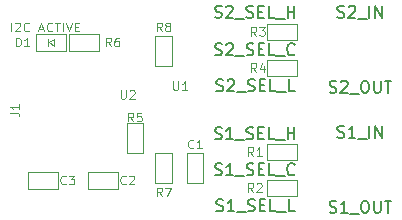
<source format=gbr>
G04 #@! TF.FileFunction,Legend,Top*
%FSLAX46Y46*%
G04 Gerber Fmt 4.6, Leading zero omitted, Abs format (unit mm)*
G04 Created by KiCad (PCBNEW 4.0.5) date 02/13/17 08:06:27*
%MOMM*%
%LPD*%
G01*
G04 APERTURE LIST*
%ADD10C,0.100000*%
%ADD11C,0.120000*%
%ADD12C,0.150000*%
G04 APERTURE END LIST*
D10*
D11*
X164800714Y-105114286D02*
X164800714Y-104364286D01*
X165122143Y-104435714D02*
X165157857Y-104400000D01*
X165229286Y-104364286D01*
X165407857Y-104364286D01*
X165479286Y-104400000D01*
X165515000Y-104435714D01*
X165550715Y-104507143D01*
X165550715Y-104578571D01*
X165515000Y-104685714D01*
X165086429Y-105114286D01*
X165550715Y-105114286D01*
X166300715Y-105042857D02*
X166265001Y-105078571D01*
X166157858Y-105114286D01*
X166086429Y-105114286D01*
X165979286Y-105078571D01*
X165907858Y-105007143D01*
X165872143Y-104935714D01*
X165836429Y-104792857D01*
X165836429Y-104685714D01*
X165872143Y-104542857D01*
X165907858Y-104471429D01*
X165979286Y-104400000D01*
X166086429Y-104364286D01*
X166157858Y-104364286D01*
X166265001Y-104400000D01*
X166300715Y-104435714D01*
X167157858Y-104900000D02*
X167515001Y-104900000D01*
X167086430Y-105114286D02*
X167336430Y-104364286D01*
X167586430Y-105114286D01*
X168265001Y-105042857D02*
X168229287Y-105078571D01*
X168122144Y-105114286D01*
X168050715Y-105114286D01*
X167943572Y-105078571D01*
X167872144Y-105007143D01*
X167836429Y-104935714D01*
X167800715Y-104792857D01*
X167800715Y-104685714D01*
X167836429Y-104542857D01*
X167872144Y-104471429D01*
X167943572Y-104400000D01*
X168050715Y-104364286D01*
X168122144Y-104364286D01*
X168229287Y-104400000D01*
X168265001Y-104435714D01*
X168479287Y-104364286D02*
X168907858Y-104364286D01*
X168693572Y-105114286D02*
X168693572Y-104364286D01*
X169157858Y-105114286D02*
X169157858Y-104364286D01*
X169407859Y-104364286D02*
X169657859Y-105114286D01*
X169907859Y-104364286D01*
X170157858Y-104721429D02*
X170407858Y-104721429D01*
X170515001Y-105114286D02*
X170157858Y-105114286D01*
X170157858Y-104364286D01*
X170515001Y-104364286D01*
X181038500Y-117983000D02*
X179641500Y-117983000D01*
X181038500Y-115443000D02*
X179641500Y-115443000D01*
X181038500Y-115443000D02*
X181038500Y-117983000D01*
X179641500Y-117983000D02*
X179641500Y-115443000D01*
X173863000Y-117030500D02*
X173863000Y-118427500D01*
X171323000Y-117030500D02*
X171323000Y-118427500D01*
X171323000Y-117030500D02*
X173863000Y-117030500D01*
X173863000Y-118427500D02*
X171323000Y-118427500D01*
X168783000Y-117030500D02*
X168783000Y-118427500D01*
X166243000Y-117030500D02*
X166243000Y-118427500D01*
X166243000Y-117030500D02*
X168783000Y-117030500D01*
X168783000Y-118427500D02*
X166243000Y-118427500D01*
X186436000Y-116014500D02*
X186436000Y-114617500D01*
X188976000Y-116014500D02*
X188976000Y-114617500D01*
X188976000Y-116014500D02*
X186436000Y-116014500D01*
X186436000Y-114617500D02*
X188976000Y-114617500D01*
X186436000Y-119062500D02*
X186436000Y-117665500D01*
X188976000Y-119062500D02*
X188976000Y-117665500D01*
X188976000Y-119062500D02*
X186436000Y-119062500D01*
X186436000Y-117665500D02*
X188976000Y-117665500D01*
X186436000Y-105854500D02*
X186436000Y-104457500D01*
X188976000Y-105854500D02*
X188976000Y-104457500D01*
X188976000Y-105854500D02*
X186436000Y-105854500D01*
X186436000Y-104457500D02*
X188976000Y-104457500D01*
X186436000Y-108902500D02*
X186436000Y-107505500D01*
X188976000Y-108902500D02*
X188976000Y-107505500D01*
X188976000Y-108902500D02*
X186436000Y-108902500D01*
X186436000Y-107505500D02*
X188976000Y-107505500D01*
X175958500Y-115443000D02*
X174561500Y-115443000D01*
X175958500Y-112903000D02*
X174561500Y-112903000D01*
X175958500Y-112903000D02*
X175958500Y-115443000D01*
X174561500Y-115443000D02*
X174561500Y-112903000D01*
X169672000Y-106743500D02*
X169672000Y-105346500D01*
X172212000Y-106743500D02*
X172212000Y-105346500D01*
X172212000Y-106743500D02*
X169672000Y-106743500D01*
X169672000Y-105346500D02*
X172212000Y-105346500D01*
X178371500Y-117983000D02*
X176974500Y-117983000D01*
X178371500Y-115443000D02*
X176974500Y-115443000D01*
X178371500Y-115443000D02*
X178371500Y-117983000D01*
X176974500Y-117983000D02*
X176974500Y-115443000D01*
X176974500Y-105537000D02*
X178371500Y-105537000D01*
X176974500Y-108077000D02*
X178371500Y-108077000D01*
X176974500Y-108077000D02*
X176974500Y-105537000D01*
X178371500Y-105537000D02*
X178371500Y-108077000D01*
X167894000Y-106362500D02*
X167894000Y-105727500D01*
X168402000Y-105727500D02*
X167957500Y-106045000D01*
X167957500Y-106045000D02*
X168402000Y-106362500D01*
X168402000Y-106362500D02*
X168402000Y-105727500D01*
X169418000Y-105346500D02*
X169418000Y-106743500D01*
X166878000Y-105346500D02*
X166878000Y-106743500D01*
X166878000Y-106743500D02*
X169418000Y-106743500D01*
X169418000Y-105346500D02*
X166878000Y-105346500D01*
X180215000Y-114948857D02*
X180179286Y-114984571D01*
X180072143Y-115020286D01*
X180000714Y-115020286D01*
X179893571Y-114984571D01*
X179822143Y-114913143D01*
X179786428Y-114841714D01*
X179750714Y-114698857D01*
X179750714Y-114591714D01*
X179786428Y-114448857D01*
X179822143Y-114377429D01*
X179893571Y-114306000D01*
X180000714Y-114270286D01*
X180072143Y-114270286D01*
X180179286Y-114306000D01*
X180215000Y-114341714D01*
X180929286Y-115020286D02*
X180500714Y-115020286D01*
X180715000Y-115020286D02*
X180715000Y-114270286D01*
X180643571Y-114377429D01*
X180572143Y-114448857D01*
X180500714Y-114484571D01*
X174500000Y-117996857D02*
X174464286Y-118032571D01*
X174357143Y-118068286D01*
X174285714Y-118068286D01*
X174178571Y-118032571D01*
X174107143Y-117961143D01*
X174071428Y-117889714D01*
X174035714Y-117746857D01*
X174035714Y-117639714D01*
X174071428Y-117496857D01*
X174107143Y-117425429D01*
X174178571Y-117354000D01*
X174285714Y-117318286D01*
X174357143Y-117318286D01*
X174464286Y-117354000D01*
X174500000Y-117389714D01*
X174785714Y-117389714D02*
X174821428Y-117354000D01*
X174892857Y-117318286D01*
X175071428Y-117318286D01*
X175142857Y-117354000D01*
X175178571Y-117389714D01*
X175214286Y-117461143D01*
X175214286Y-117532571D01*
X175178571Y-117639714D01*
X174750000Y-118068286D01*
X175214286Y-118068286D01*
X169420000Y-117996857D02*
X169384286Y-118032571D01*
X169277143Y-118068286D01*
X169205714Y-118068286D01*
X169098571Y-118032571D01*
X169027143Y-117961143D01*
X168991428Y-117889714D01*
X168955714Y-117746857D01*
X168955714Y-117639714D01*
X168991428Y-117496857D01*
X169027143Y-117425429D01*
X169098571Y-117354000D01*
X169205714Y-117318286D01*
X169277143Y-117318286D01*
X169384286Y-117354000D01*
X169420000Y-117389714D01*
X169670000Y-117318286D02*
X170134286Y-117318286D01*
X169884286Y-117604000D01*
X169991428Y-117604000D01*
X170062857Y-117639714D01*
X170098571Y-117675429D01*
X170134286Y-117746857D01*
X170134286Y-117925429D01*
X170098571Y-117996857D01*
X170062857Y-118032571D01*
X169991428Y-118068286D01*
X169777143Y-118068286D01*
X169705714Y-118032571D01*
X169670000Y-117996857D01*
X164709286Y-112010000D02*
X165245000Y-112010000D01*
X165352143Y-112045714D01*
X165423571Y-112117143D01*
X165459286Y-112224286D01*
X165459286Y-112295714D01*
X165459286Y-111259999D02*
X165459286Y-111688571D01*
X165459286Y-111474285D02*
X164709286Y-111474285D01*
X164816429Y-111545714D01*
X164887857Y-111617142D01*
X164923571Y-111688571D01*
X185295000Y-115655286D02*
X185045000Y-115298143D01*
X184866428Y-115655286D02*
X184866428Y-114905286D01*
X185152143Y-114905286D01*
X185223571Y-114941000D01*
X185259286Y-114976714D01*
X185295000Y-115048143D01*
X185295000Y-115155286D01*
X185259286Y-115226714D01*
X185223571Y-115262429D01*
X185152143Y-115298143D01*
X184866428Y-115298143D01*
X186009286Y-115655286D02*
X185580714Y-115655286D01*
X185795000Y-115655286D02*
X185795000Y-114905286D01*
X185723571Y-115012429D01*
X185652143Y-115083857D01*
X185580714Y-115119571D01*
X185295000Y-118703286D02*
X185045000Y-118346143D01*
X184866428Y-118703286D02*
X184866428Y-117953286D01*
X185152143Y-117953286D01*
X185223571Y-117989000D01*
X185259286Y-118024714D01*
X185295000Y-118096143D01*
X185295000Y-118203286D01*
X185259286Y-118274714D01*
X185223571Y-118310429D01*
X185152143Y-118346143D01*
X184866428Y-118346143D01*
X185580714Y-118024714D02*
X185616428Y-117989000D01*
X185687857Y-117953286D01*
X185866428Y-117953286D01*
X185937857Y-117989000D01*
X185973571Y-118024714D01*
X186009286Y-118096143D01*
X186009286Y-118167571D01*
X185973571Y-118274714D01*
X185545000Y-118703286D01*
X186009286Y-118703286D01*
X185549000Y-105495286D02*
X185299000Y-105138143D01*
X185120428Y-105495286D02*
X185120428Y-104745286D01*
X185406143Y-104745286D01*
X185477571Y-104781000D01*
X185513286Y-104816714D01*
X185549000Y-104888143D01*
X185549000Y-104995286D01*
X185513286Y-105066714D01*
X185477571Y-105102429D01*
X185406143Y-105138143D01*
X185120428Y-105138143D01*
X185799000Y-104745286D02*
X186263286Y-104745286D01*
X186013286Y-105031000D01*
X186120428Y-105031000D01*
X186191857Y-105066714D01*
X186227571Y-105102429D01*
X186263286Y-105173857D01*
X186263286Y-105352429D01*
X186227571Y-105423857D01*
X186191857Y-105459571D01*
X186120428Y-105495286D01*
X185906143Y-105495286D01*
X185834714Y-105459571D01*
X185799000Y-105423857D01*
X185549000Y-108543286D02*
X185299000Y-108186143D01*
X185120428Y-108543286D02*
X185120428Y-107793286D01*
X185406143Y-107793286D01*
X185477571Y-107829000D01*
X185513286Y-107864714D01*
X185549000Y-107936143D01*
X185549000Y-108043286D01*
X185513286Y-108114714D01*
X185477571Y-108150429D01*
X185406143Y-108186143D01*
X185120428Y-108186143D01*
X186191857Y-108043286D02*
X186191857Y-108543286D01*
X186013286Y-107757571D02*
X185834714Y-108293286D01*
X186299000Y-108293286D01*
X175135000Y-112734286D02*
X174885000Y-112377143D01*
X174706428Y-112734286D02*
X174706428Y-111984286D01*
X174992143Y-111984286D01*
X175063571Y-112020000D01*
X175099286Y-112055714D01*
X175135000Y-112127143D01*
X175135000Y-112234286D01*
X175099286Y-112305714D01*
X175063571Y-112341429D01*
X174992143Y-112377143D01*
X174706428Y-112377143D01*
X175813571Y-111984286D02*
X175456428Y-111984286D01*
X175420714Y-112341429D01*
X175456428Y-112305714D01*
X175527857Y-112270000D01*
X175706428Y-112270000D01*
X175777857Y-112305714D01*
X175813571Y-112341429D01*
X175849286Y-112412857D01*
X175849286Y-112591429D01*
X175813571Y-112662857D01*
X175777857Y-112698571D01*
X175706428Y-112734286D01*
X175527857Y-112734286D01*
X175456428Y-112698571D01*
X175420714Y-112662857D01*
X173230000Y-106384286D02*
X172980000Y-106027143D01*
X172801428Y-106384286D02*
X172801428Y-105634286D01*
X173087143Y-105634286D01*
X173158571Y-105670000D01*
X173194286Y-105705714D01*
X173230000Y-105777143D01*
X173230000Y-105884286D01*
X173194286Y-105955714D01*
X173158571Y-105991429D01*
X173087143Y-106027143D01*
X172801428Y-106027143D01*
X173872857Y-105634286D02*
X173730000Y-105634286D01*
X173658571Y-105670000D01*
X173622857Y-105705714D01*
X173551428Y-105812857D01*
X173515714Y-105955714D01*
X173515714Y-106241429D01*
X173551428Y-106312857D01*
X173587143Y-106348571D01*
X173658571Y-106384286D01*
X173801428Y-106384286D01*
X173872857Y-106348571D01*
X173908571Y-106312857D01*
X173944286Y-106241429D01*
X173944286Y-106062857D01*
X173908571Y-105991429D01*
X173872857Y-105955714D01*
X173801428Y-105920000D01*
X173658571Y-105920000D01*
X173587143Y-105955714D01*
X173551428Y-105991429D01*
X173515714Y-106062857D01*
X177548000Y-119084286D02*
X177298000Y-118727143D01*
X177119428Y-119084286D02*
X177119428Y-118334286D01*
X177405143Y-118334286D01*
X177476571Y-118370000D01*
X177512286Y-118405714D01*
X177548000Y-118477143D01*
X177548000Y-118584286D01*
X177512286Y-118655714D01*
X177476571Y-118691429D01*
X177405143Y-118727143D01*
X177119428Y-118727143D01*
X177798000Y-118334286D02*
X178298000Y-118334286D01*
X177976571Y-119084286D01*
X177548000Y-105114286D02*
X177298000Y-104757143D01*
X177119428Y-105114286D02*
X177119428Y-104364286D01*
X177405143Y-104364286D01*
X177476571Y-104400000D01*
X177512286Y-104435714D01*
X177548000Y-104507143D01*
X177548000Y-104614286D01*
X177512286Y-104685714D01*
X177476571Y-104721429D01*
X177405143Y-104757143D01*
X177119428Y-104757143D01*
X177976571Y-104685714D02*
X177905143Y-104650000D01*
X177869428Y-104614286D01*
X177833714Y-104542857D01*
X177833714Y-104507143D01*
X177869428Y-104435714D01*
X177905143Y-104400000D01*
X177976571Y-104364286D01*
X178119428Y-104364286D01*
X178190857Y-104400000D01*
X178226571Y-104435714D01*
X178262286Y-104507143D01*
X178262286Y-104542857D01*
X178226571Y-104614286D01*
X178190857Y-104650000D01*
X178119428Y-104685714D01*
X177976571Y-104685714D01*
X177905143Y-104721429D01*
X177869428Y-104757143D01*
X177833714Y-104828571D01*
X177833714Y-104971429D01*
X177869428Y-105042857D01*
X177905143Y-105078571D01*
X177976571Y-105114286D01*
X178119428Y-105114286D01*
X178190857Y-105078571D01*
X178226571Y-105042857D01*
X178262286Y-104971429D01*
X178262286Y-104828571D01*
X178226571Y-104757143D01*
X178190857Y-104721429D01*
X178119428Y-104685714D01*
D12*
X191738571Y-120419762D02*
X191881428Y-120467381D01*
X192119524Y-120467381D01*
X192214762Y-120419762D01*
X192262381Y-120372143D01*
X192310000Y-120276905D01*
X192310000Y-120181667D01*
X192262381Y-120086429D01*
X192214762Y-120038810D01*
X192119524Y-119991190D01*
X191929047Y-119943571D01*
X191833809Y-119895952D01*
X191786190Y-119848333D01*
X191738571Y-119753095D01*
X191738571Y-119657857D01*
X191786190Y-119562619D01*
X191833809Y-119515000D01*
X191929047Y-119467381D01*
X192167143Y-119467381D01*
X192310000Y-119515000D01*
X193262381Y-120467381D02*
X192690952Y-120467381D01*
X192976666Y-120467381D02*
X192976666Y-119467381D01*
X192881428Y-119610238D01*
X192786190Y-119705476D01*
X192690952Y-119753095D01*
X193452857Y-120562619D02*
X194214762Y-120562619D01*
X194643333Y-119467381D02*
X194833810Y-119467381D01*
X194929048Y-119515000D01*
X195024286Y-119610238D01*
X195071905Y-119800714D01*
X195071905Y-120134048D01*
X195024286Y-120324524D01*
X194929048Y-120419762D01*
X194833810Y-120467381D01*
X194643333Y-120467381D01*
X194548095Y-120419762D01*
X194452857Y-120324524D01*
X194405238Y-120134048D01*
X194405238Y-119800714D01*
X194452857Y-119610238D01*
X194548095Y-119515000D01*
X194643333Y-119467381D01*
X195500476Y-119467381D02*
X195500476Y-120276905D01*
X195548095Y-120372143D01*
X195595714Y-120419762D01*
X195690952Y-120467381D01*
X195881429Y-120467381D01*
X195976667Y-120419762D01*
X196024286Y-120372143D01*
X196071905Y-120276905D01*
X196071905Y-119467381D01*
X196405238Y-119467381D02*
X196976667Y-119467381D01*
X196690952Y-120467381D02*
X196690952Y-119467381D01*
X182039047Y-114196762D02*
X182181904Y-114244381D01*
X182420000Y-114244381D01*
X182515238Y-114196762D01*
X182562857Y-114149143D01*
X182610476Y-114053905D01*
X182610476Y-113958667D01*
X182562857Y-113863429D01*
X182515238Y-113815810D01*
X182420000Y-113768190D01*
X182229523Y-113720571D01*
X182134285Y-113672952D01*
X182086666Y-113625333D01*
X182039047Y-113530095D01*
X182039047Y-113434857D01*
X182086666Y-113339619D01*
X182134285Y-113292000D01*
X182229523Y-113244381D01*
X182467619Y-113244381D01*
X182610476Y-113292000D01*
X183562857Y-114244381D02*
X182991428Y-114244381D01*
X183277142Y-114244381D02*
X183277142Y-113244381D01*
X183181904Y-113387238D01*
X183086666Y-113482476D01*
X182991428Y-113530095D01*
X183753333Y-114339619D02*
X184515238Y-114339619D01*
X184705714Y-114196762D02*
X184848571Y-114244381D01*
X185086667Y-114244381D01*
X185181905Y-114196762D01*
X185229524Y-114149143D01*
X185277143Y-114053905D01*
X185277143Y-113958667D01*
X185229524Y-113863429D01*
X185181905Y-113815810D01*
X185086667Y-113768190D01*
X184896190Y-113720571D01*
X184800952Y-113672952D01*
X184753333Y-113625333D01*
X184705714Y-113530095D01*
X184705714Y-113434857D01*
X184753333Y-113339619D01*
X184800952Y-113292000D01*
X184896190Y-113244381D01*
X185134286Y-113244381D01*
X185277143Y-113292000D01*
X185705714Y-113720571D02*
X186039048Y-113720571D01*
X186181905Y-114244381D02*
X185705714Y-114244381D01*
X185705714Y-113244381D01*
X186181905Y-113244381D01*
X187086667Y-114244381D02*
X186610476Y-114244381D01*
X186610476Y-113244381D01*
X187181905Y-114339619D02*
X187943810Y-114339619D01*
X188181905Y-114244381D02*
X188181905Y-113244381D01*
X188181905Y-113720571D02*
X188753334Y-113720571D01*
X188753334Y-114244381D02*
X188753334Y-113244381D01*
X182158095Y-120292762D02*
X182300952Y-120340381D01*
X182539048Y-120340381D01*
X182634286Y-120292762D01*
X182681905Y-120245143D01*
X182729524Y-120149905D01*
X182729524Y-120054667D01*
X182681905Y-119959429D01*
X182634286Y-119911810D01*
X182539048Y-119864190D01*
X182348571Y-119816571D01*
X182253333Y-119768952D01*
X182205714Y-119721333D01*
X182158095Y-119626095D01*
X182158095Y-119530857D01*
X182205714Y-119435619D01*
X182253333Y-119388000D01*
X182348571Y-119340381D01*
X182586667Y-119340381D01*
X182729524Y-119388000D01*
X183681905Y-120340381D02*
X183110476Y-120340381D01*
X183396190Y-120340381D02*
X183396190Y-119340381D01*
X183300952Y-119483238D01*
X183205714Y-119578476D01*
X183110476Y-119626095D01*
X183872381Y-120435619D02*
X184634286Y-120435619D01*
X184824762Y-120292762D02*
X184967619Y-120340381D01*
X185205715Y-120340381D01*
X185300953Y-120292762D01*
X185348572Y-120245143D01*
X185396191Y-120149905D01*
X185396191Y-120054667D01*
X185348572Y-119959429D01*
X185300953Y-119911810D01*
X185205715Y-119864190D01*
X185015238Y-119816571D01*
X184920000Y-119768952D01*
X184872381Y-119721333D01*
X184824762Y-119626095D01*
X184824762Y-119530857D01*
X184872381Y-119435619D01*
X184920000Y-119388000D01*
X185015238Y-119340381D01*
X185253334Y-119340381D01*
X185396191Y-119388000D01*
X185824762Y-119816571D02*
X186158096Y-119816571D01*
X186300953Y-120340381D02*
X185824762Y-120340381D01*
X185824762Y-119340381D01*
X186300953Y-119340381D01*
X187205715Y-120340381D02*
X186729524Y-120340381D01*
X186729524Y-119340381D01*
X187300953Y-120435619D02*
X188062858Y-120435619D01*
X188777144Y-120340381D02*
X188300953Y-120340381D01*
X188300953Y-119340381D01*
X182062857Y-117244762D02*
X182205714Y-117292381D01*
X182443810Y-117292381D01*
X182539048Y-117244762D01*
X182586667Y-117197143D01*
X182634286Y-117101905D01*
X182634286Y-117006667D01*
X182586667Y-116911429D01*
X182539048Y-116863810D01*
X182443810Y-116816190D01*
X182253333Y-116768571D01*
X182158095Y-116720952D01*
X182110476Y-116673333D01*
X182062857Y-116578095D01*
X182062857Y-116482857D01*
X182110476Y-116387619D01*
X182158095Y-116340000D01*
X182253333Y-116292381D01*
X182491429Y-116292381D01*
X182634286Y-116340000D01*
X183586667Y-117292381D02*
X183015238Y-117292381D01*
X183300952Y-117292381D02*
X183300952Y-116292381D01*
X183205714Y-116435238D01*
X183110476Y-116530476D01*
X183015238Y-116578095D01*
X183777143Y-117387619D02*
X184539048Y-117387619D01*
X184729524Y-117244762D02*
X184872381Y-117292381D01*
X185110477Y-117292381D01*
X185205715Y-117244762D01*
X185253334Y-117197143D01*
X185300953Y-117101905D01*
X185300953Y-117006667D01*
X185253334Y-116911429D01*
X185205715Y-116863810D01*
X185110477Y-116816190D01*
X184920000Y-116768571D01*
X184824762Y-116720952D01*
X184777143Y-116673333D01*
X184729524Y-116578095D01*
X184729524Y-116482857D01*
X184777143Y-116387619D01*
X184824762Y-116340000D01*
X184920000Y-116292381D01*
X185158096Y-116292381D01*
X185300953Y-116340000D01*
X185729524Y-116768571D02*
X186062858Y-116768571D01*
X186205715Y-117292381D02*
X185729524Y-117292381D01*
X185729524Y-116292381D01*
X186205715Y-116292381D01*
X187110477Y-117292381D02*
X186634286Y-117292381D01*
X186634286Y-116292381D01*
X187205715Y-117387619D02*
X187967620Y-117387619D01*
X188777144Y-117197143D02*
X188729525Y-117244762D01*
X188586668Y-117292381D01*
X188491430Y-117292381D01*
X188348572Y-117244762D01*
X188253334Y-117149524D01*
X188205715Y-117054286D01*
X188158096Y-116863810D01*
X188158096Y-116720952D01*
X188205715Y-116530476D01*
X188253334Y-116435238D01*
X188348572Y-116340000D01*
X188491430Y-116292381D01*
X188586668Y-116292381D01*
X188729525Y-116340000D01*
X188777144Y-116387619D01*
X192405238Y-114069762D02*
X192548095Y-114117381D01*
X192786191Y-114117381D01*
X192881429Y-114069762D01*
X192929048Y-114022143D01*
X192976667Y-113926905D01*
X192976667Y-113831667D01*
X192929048Y-113736429D01*
X192881429Y-113688810D01*
X192786191Y-113641190D01*
X192595714Y-113593571D01*
X192500476Y-113545952D01*
X192452857Y-113498333D01*
X192405238Y-113403095D01*
X192405238Y-113307857D01*
X192452857Y-113212619D01*
X192500476Y-113165000D01*
X192595714Y-113117381D01*
X192833810Y-113117381D01*
X192976667Y-113165000D01*
X193929048Y-114117381D02*
X193357619Y-114117381D01*
X193643333Y-114117381D02*
X193643333Y-113117381D01*
X193548095Y-113260238D01*
X193452857Y-113355476D01*
X193357619Y-113403095D01*
X194119524Y-114212619D02*
X194881429Y-114212619D01*
X195119524Y-114117381D02*
X195119524Y-113117381D01*
X195595714Y-114117381D02*
X195595714Y-113117381D01*
X196167143Y-114117381D01*
X196167143Y-113117381D01*
X191738571Y-110259762D02*
X191881428Y-110307381D01*
X192119524Y-110307381D01*
X192214762Y-110259762D01*
X192262381Y-110212143D01*
X192310000Y-110116905D01*
X192310000Y-110021667D01*
X192262381Y-109926429D01*
X192214762Y-109878810D01*
X192119524Y-109831190D01*
X191929047Y-109783571D01*
X191833809Y-109735952D01*
X191786190Y-109688333D01*
X191738571Y-109593095D01*
X191738571Y-109497857D01*
X191786190Y-109402619D01*
X191833809Y-109355000D01*
X191929047Y-109307381D01*
X192167143Y-109307381D01*
X192310000Y-109355000D01*
X192690952Y-109402619D02*
X192738571Y-109355000D01*
X192833809Y-109307381D01*
X193071905Y-109307381D01*
X193167143Y-109355000D01*
X193214762Y-109402619D01*
X193262381Y-109497857D01*
X193262381Y-109593095D01*
X193214762Y-109735952D01*
X192643333Y-110307381D01*
X193262381Y-110307381D01*
X193452857Y-110402619D02*
X194214762Y-110402619D01*
X194643333Y-109307381D02*
X194833810Y-109307381D01*
X194929048Y-109355000D01*
X195024286Y-109450238D01*
X195071905Y-109640714D01*
X195071905Y-109974048D01*
X195024286Y-110164524D01*
X194929048Y-110259762D01*
X194833810Y-110307381D01*
X194643333Y-110307381D01*
X194548095Y-110259762D01*
X194452857Y-110164524D01*
X194405238Y-109974048D01*
X194405238Y-109640714D01*
X194452857Y-109450238D01*
X194548095Y-109355000D01*
X194643333Y-109307381D01*
X195500476Y-109307381D02*
X195500476Y-110116905D01*
X195548095Y-110212143D01*
X195595714Y-110259762D01*
X195690952Y-110307381D01*
X195881429Y-110307381D01*
X195976667Y-110259762D01*
X196024286Y-110212143D01*
X196071905Y-110116905D01*
X196071905Y-109307381D01*
X196405238Y-109307381D02*
X196976667Y-109307381D01*
X196690952Y-110307381D02*
X196690952Y-109307381D01*
X182039047Y-103909762D02*
X182181904Y-103957381D01*
X182420000Y-103957381D01*
X182515238Y-103909762D01*
X182562857Y-103862143D01*
X182610476Y-103766905D01*
X182610476Y-103671667D01*
X182562857Y-103576429D01*
X182515238Y-103528810D01*
X182420000Y-103481190D01*
X182229523Y-103433571D01*
X182134285Y-103385952D01*
X182086666Y-103338333D01*
X182039047Y-103243095D01*
X182039047Y-103147857D01*
X182086666Y-103052619D01*
X182134285Y-103005000D01*
X182229523Y-102957381D01*
X182467619Y-102957381D01*
X182610476Y-103005000D01*
X182991428Y-103052619D02*
X183039047Y-103005000D01*
X183134285Y-102957381D01*
X183372381Y-102957381D01*
X183467619Y-103005000D01*
X183515238Y-103052619D01*
X183562857Y-103147857D01*
X183562857Y-103243095D01*
X183515238Y-103385952D01*
X182943809Y-103957381D01*
X183562857Y-103957381D01*
X183753333Y-104052619D02*
X184515238Y-104052619D01*
X184705714Y-103909762D02*
X184848571Y-103957381D01*
X185086667Y-103957381D01*
X185181905Y-103909762D01*
X185229524Y-103862143D01*
X185277143Y-103766905D01*
X185277143Y-103671667D01*
X185229524Y-103576429D01*
X185181905Y-103528810D01*
X185086667Y-103481190D01*
X184896190Y-103433571D01*
X184800952Y-103385952D01*
X184753333Y-103338333D01*
X184705714Y-103243095D01*
X184705714Y-103147857D01*
X184753333Y-103052619D01*
X184800952Y-103005000D01*
X184896190Y-102957381D01*
X185134286Y-102957381D01*
X185277143Y-103005000D01*
X185705714Y-103433571D02*
X186039048Y-103433571D01*
X186181905Y-103957381D02*
X185705714Y-103957381D01*
X185705714Y-102957381D01*
X186181905Y-102957381D01*
X187086667Y-103957381D02*
X186610476Y-103957381D01*
X186610476Y-102957381D01*
X187181905Y-104052619D02*
X187943810Y-104052619D01*
X188181905Y-103957381D02*
X188181905Y-102957381D01*
X188181905Y-103433571D02*
X188753334Y-103433571D01*
X188753334Y-103957381D02*
X188753334Y-102957381D01*
X182158095Y-110132762D02*
X182300952Y-110180381D01*
X182539048Y-110180381D01*
X182634286Y-110132762D01*
X182681905Y-110085143D01*
X182729524Y-109989905D01*
X182729524Y-109894667D01*
X182681905Y-109799429D01*
X182634286Y-109751810D01*
X182539048Y-109704190D01*
X182348571Y-109656571D01*
X182253333Y-109608952D01*
X182205714Y-109561333D01*
X182158095Y-109466095D01*
X182158095Y-109370857D01*
X182205714Y-109275619D01*
X182253333Y-109228000D01*
X182348571Y-109180381D01*
X182586667Y-109180381D01*
X182729524Y-109228000D01*
X183110476Y-109275619D02*
X183158095Y-109228000D01*
X183253333Y-109180381D01*
X183491429Y-109180381D01*
X183586667Y-109228000D01*
X183634286Y-109275619D01*
X183681905Y-109370857D01*
X183681905Y-109466095D01*
X183634286Y-109608952D01*
X183062857Y-110180381D01*
X183681905Y-110180381D01*
X183872381Y-110275619D02*
X184634286Y-110275619D01*
X184824762Y-110132762D02*
X184967619Y-110180381D01*
X185205715Y-110180381D01*
X185300953Y-110132762D01*
X185348572Y-110085143D01*
X185396191Y-109989905D01*
X185396191Y-109894667D01*
X185348572Y-109799429D01*
X185300953Y-109751810D01*
X185205715Y-109704190D01*
X185015238Y-109656571D01*
X184920000Y-109608952D01*
X184872381Y-109561333D01*
X184824762Y-109466095D01*
X184824762Y-109370857D01*
X184872381Y-109275619D01*
X184920000Y-109228000D01*
X185015238Y-109180381D01*
X185253334Y-109180381D01*
X185396191Y-109228000D01*
X185824762Y-109656571D02*
X186158096Y-109656571D01*
X186300953Y-110180381D02*
X185824762Y-110180381D01*
X185824762Y-109180381D01*
X186300953Y-109180381D01*
X187205715Y-110180381D02*
X186729524Y-110180381D01*
X186729524Y-109180381D01*
X187300953Y-110275619D02*
X188062858Y-110275619D01*
X188777144Y-110180381D02*
X188300953Y-110180381D01*
X188300953Y-109180381D01*
X182062857Y-107084762D02*
X182205714Y-107132381D01*
X182443810Y-107132381D01*
X182539048Y-107084762D01*
X182586667Y-107037143D01*
X182634286Y-106941905D01*
X182634286Y-106846667D01*
X182586667Y-106751429D01*
X182539048Y-106703810D01*
X182443810Y-106656190D01*
X182253333Y-106608571D01*
X182158095Y-106560952D01*
X182110476Y-106513333D01*
X182062857Y-106418095D01*
X182062857Y-106322857D01*
X182110476Y-106227619D01*
X182158095Y-106180000D01*
X182253333Y-106132381D01*
X182491429Y-106132381D01*
X182634286Y-106180000D01*
X183015238Y-106227619D02*
X183062857Y-106180000D01*
X183158095Y-106132381D01*
X183396191Y-106132381D01*
X183491429Y-106180000D01*
X183539048Y-106227619D01*
X183586667Y-106322857D01*
X183586667Y-106418095D01*
X183539048Y-106560952D01*
X182967619Y-107132381D01*
X183586667Y-107132381D01*
X183777143Y-107227619D02*
X184539048Y-107227619D01*
X184729524Y-107084762D02*
X184872381Y-107132381D01*
X185110477Y-107132381D01*
X185205715Y-107084762D01*
X185253334Y-107037143D01*
X185300953Y-106941905D01*
X185300953Y-106846667D01*
X185253334Y-106751429D01*
X185205715Y-106703810D01*
X185110477Y-106656190D01*
X184920000Y-106608571D01*
X184824762Y-106560952D01*
X184777143Y-106513333D01*
X184729524Y-106418095D01*
X184729524Y-106322857D01*
X184777143Y-106227619D01*
X184824762Y-106180000D01*
X184920000Y-106132381D01*
X185158096Y-106132381D01*
X185300953Y-106180000D01*
X185729524Y-106608571D02*
X186062858Y-106608571D01*
X186205715Y-107132381D02*
X185729524Y-107132381D01*
X185729524Y-106132381D01*
X186205715Y-106132381D01*
X187110477Y-107132381D02*
X186634286Y-107132381D01*
X186634286Y-106132381D01*
X187205715Y-107227619D02*
X187967620Y-107227619D01*
X188777144Y-107037143D02*
X188729525Y-107084762D01*
X188586668Y-107132381D01*
X188491430Y-107132381D01*
X188348572Y-107084762D01*
X188253334Y-106989524D01*
X188205715Y-106894286D01*
X188158096Y-106703810D01*
X188158096Y-106560952D01*
X188205715Y-106370476D01*
X188253334Y-106275238D01*
X188348572Y-106180000D01*
X188491430Y-106132381D01*
X188586668Y-106132381D01*
X188729525Y-106180000D01*
X188777144Y-106227619D01*
X192405238Y-103909762D02*
X192548095Y-103957381D01*
X192786191Y-103957381D01*
X192881429Y-103909762D01*
X192929048Y-103862143D01*
X192976667Y-103766905D01*
X192976667Y-103671667D01*
X192929048Y-103576429D01*
X192881429Y-103528810D01*
X192786191Y-103481190D01*
X192595714Y-103433571D01*
X192500476Y-103385952D01*
X192452857Y-103338333D01*
X192405238Y-103243095D01*
X192405238Y-103147857D01*
X192452857Y-103052619D01*
X192500476Y-103005000D01*
X192595714Y-102957381D01*
X192833810Y-102957381D01*
X192976667Y-103005000D01*
X193357619Y-103052619D02*
X193405238Y-103005000D01*
X193500476Y-102957381D01*
X193738572Y-102957381D01*
X193833810Y-103005000D01*
X193881429Y-103052619D01*
X193929048Y-103147857D01*
X193929048Y-103243095D01*
X193881429Y-103385952D01*
X193310000Y-103957381D01*
X193929048Y-103957381D01*
X194119524Y-104052619D02*
X194881429Y-104052619D01*
X195119524Y-103957381D02*
X195119524Y-102957381D01*
X195595714Y-103957381D02*
X195595714Y-102957381D01*
X196167143Y-103957381D01*
X196167143Y-102957381D01*
D11*
X178498571Y-109349286D02*
X178498571Y-109956429D01*
X178534286Y-110027857D01*
X178570000Y-110063571D01*
X178641429Y-110099286D01*
X178784286Y-110099286D01*
X178855714Y-110063571D01*
X178891429Y-110027857D01*
X178927143Y-109956429D01*
X178927143Y-109349286D01*
X179677143Y-110099286D02*
X179248571Y-110099286D01*
X179462857Y-110099286D02*
X179462857Y-109349286D01*
X179391428Y-109456429D01*
X179320000Y-109527857D01*
X179248571Y-109563571D01*
X174053571Y-110079286D02*
X174053571Y-110686429D01*
X174089286Y-110757857D01*
X174125000Y-110793571D01*
X174196429Y-110829286D01*
X174339286Y-110829286D01*
X174410714Y-110793571D01*
X174446429Y-110757857D01*
X174482143Y-110686429D01*
X174482143Y-110079286D01*
X174803571Y-110150714D02*
X174839285Y-110115000D01*
X174910714Y-110079286D01*
X175089285Y-110079286D01*
X175160714Y-110115000D01*
X175196428Y-110150714D01*
X175232143Y-110222143D01*
X175232143Y-110293571D01*
X175196428Y-110400714D01*
X174767857Y-110829286D01*
X175232143Y-110829286D01*
X165181428Y-106384286D02*
X165181428Y-105634286D01*
X165360000Y-105634286D01*
X165467143Y-105670000D01*
X165538571Y-105741429D01*
X165574286Y-105812857D01*
X165610000Y-105955714D01*
X165610000Y-106062857D01*
X165574286Y-106205714D01*
X165538571Y-106277143D01*
X165467143Y-106348571D01*
X165360000Y-106384286D01*
X165181428Y-106384286D01*
X166324286Y-106384286D02*
X165895714Y-106384286D01*
X166110000Y-106384286D02*
X166110000Y-105634286D01*
X166038571Y-105741429D01*
X165967143Y-105812857D01*
X165895714Y-105848571D01*
M02*

</source>
